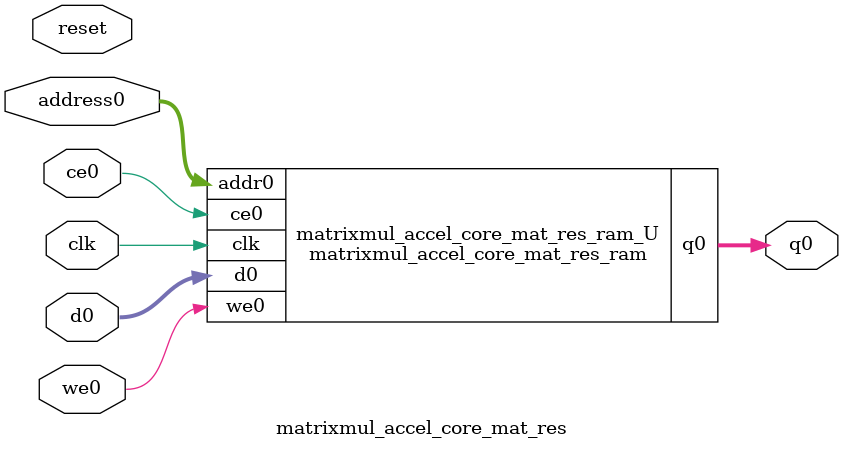
<source format=v>

`timescale 1 ns / 1 ps
module matrixmul_accel_core_mat_res_ram (addr0, ce0, d0, we0, q0,  clk);

parameter DWIDTH = 32;
parameter AWIDTH = 10;
parameter MEM_SIZE = 1024;

input[AWIDTH-1:0] addr0;
input ce0;
input[DWIDTH-1:0] d0;
input we0;
output reg[DWIDTH-1:0] q0;
input clk;

(* ram_style = "block" *)reg [DWIDTH-1:0] ram[MEM_SIZE-1:0];




always @(posedge clk)  
begin 
    if (ce0) 
    begin
        if (we0) 
        begin 
            ram[addr0] <= d0; 
            q0 <= d0;
        end 
        else 
            q0 <= ram[addr0];
    end
end


endmodule


`timescale 1 ns / 1 ps
module matrixmul_accel_core_mat_res(
    reset,
    clk,
    address0,
    ce0,
    we0,
    d0,
    q0);

parameter DataWidth = 32'd32;
parameter AddressRange = 32'd1024;
parameter AddressWidth = 32'd10;
input reset;
input clk;
input[AddressWidth - 1:0] address0;
input ce0;
input we0;
input[DataWidth - 1:0] d0;
output[DataWidth - 1:0] q0;




matrixmul_accel_core_mat_res_ram matrixmul_accel_core_mat_res_ram_U(
    .clk( clk ),
    .addr0( address0 ),
    .ce0( ce0 ),
    .d0( d0 ),
    .we0( we0 ),
    .q0( q0 ));

endmodule


</source>
